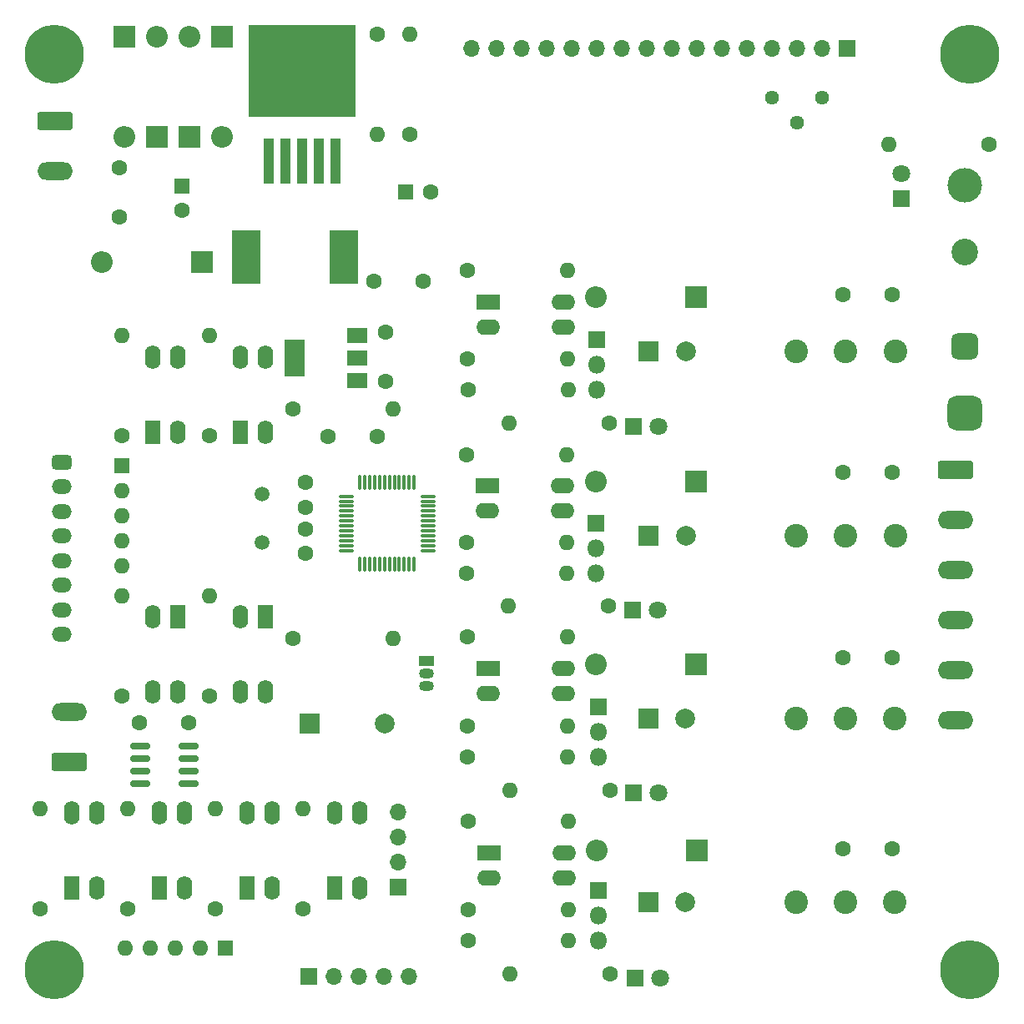
<source format=gbr>
%TF.GenerationSoftware,KiCad,Pcbnew,(6.0.8)*%
%TF.CreationDate,2023-07-19T02:04:09+05:30*%
%TF.ProjectId,STM32DryerPCB_V2,53544d33-3244-4727-9965-725043425f56,rev?*%
%TF.SameCoordinates,Original*%
%TF.FileFunction,Soldermask,Top*%
%TF.FilePolarity,Negative*%
%FSLAX46Y46*%
G04 Gerber Fmt 4.6, Leading zero omitted, Abs format (unit mm)*
G04 Created by KiCad (PCBNEW (6.0.8)) date 2023-07-19 02:04:09*
%MOMM*%
%LPD*%
G01*
G04 APERTURE LIST*
G04 Aperture macros list*
%AMRoundRect*
0 Rectangle with rounded corners*
0 $1 Rounding radius*
0 $2 $3 $4 $5 $6 $7 $8 $9 X,Y pos of 4 corners*
0 Add a 4 corners polygon primitive as box body*
4,1,4,$2,$3,$4,$5,$6,$7,$8,$9,$2,$3,0*
0 Add four circle primitives for the rounded corners*
1,1,$1+$1,$2,$3*
1,1,$1+$1,$4,$5*
1,1,$1+$1,$6,$7*
1,1,$1+$1,$8,$9*
0 Add four rect primitives between the rounded corners*
20,1,$1+$1,$2,$3,$4,$5,0*
20,1,$1+$1,$4,$5,$6,$7,0*
20,1,$1+$1,$6,$7,$8,$9,0*
20,1,$1+$1,$8,$9,$2,$3,0*%
G04 Aperture macros list end*
%ADD10R,1.700000X1.700000*%
%ADD11O,1.700000X1.700000*%
%ADD12C,1.600000*%
%ADD13R,2.000000X2.000000*%
%ADD14C,2.000000*%
%ADD15C,2.400000*%
%ADD16R,2.200000X2.200000*%
%ADD17O,2.200000X2.200000*%
%ADD18O,1.600000X1.600000*%
%ADD19R,1.800000X1.800000*%
%ADD20C,1.800000*%
%ADD21C,6.000000*%
%ADD22R,2.900000X5.400000*%
%ADD23O,1.800000X1.800000*%
%ADD24R,2.400000X1.600000*%
%ADD25O,2.400000X1.600000*%
%ADD26R,1.600000X2.400000*%
%ADD27O,1.600000X2.400000*%
%ADD28RoundRect,0.875000X0.875000X-0.875000X0.875000X0.875000X-0.875000X0.875000X-0.875000X-0.875000X0*%
%ADD29RoundRect,0.675000X0.675000X-0.675000X0.675000X0.675000X-0.675000X0.675000X-0.675000X-0.675000X0*%
%ADD30C,3.500000*%
%ADD31C,2.700000*%
%ADD32C,1.500000*%
%ADD33R,2.000000X1.500000*%
%ADD34R,2.000000X3.800000*%
%ADD35R,1.600000X1.600000*%
%ADD36RoundRect,0.250000X-1.550000X0.650000X-1.550000X-0.650000X1.550000X-0.650000X1.550000X0.650000X0*%
%ADD37O,3.600000X1.800000*%
%ADD38RoundRect,0.075000X-0.662500X-0.075000X0.662500X-0.075000X0.662500X0.075000X-0.662500X0.075000X0*%
%ADD39RoundRect,0.075000X-0.075000X-0.662500X0.075000X-0.662500X0.075000X0.662500X-0.075000X0.662500X0*%
%ADD40R,1.500000X1.050000*%
%ADD41O,1.500000X1.050000*%
%ADD42C,1.440000*%
%ADD43RoundRect,0.250000X1.550000X-0.650000X1.550000X0.650000X-1.550000X0.650000X-1.550000X-0.650000X0*%
%ADD44R,1.100000X4.600000*%
%ADD45R,10.800000X9.400000*%
%ADD46RoundRect,0.375000X-0.625000X0.375000X-0.625000X-0.375000X0.625000X-0.375000X0.625000X0.375000X0*%
%ADD47O,2.000000X1.500000*%
%ADD48RoundRect,0.150000X-0.825000X-0.150000X0.825000X-0.150000X0.825000X0.150000X-0.825000X0.150000X0*%
G04 APERTURE END LIST*
D10*
%TO.C,J5*%
X132150000Y-118590000D03*
D11*
X132150000Y-116050000D03*
X132150000Y-113510000D03*
X132150000Y-110970000D03*
%TD*%
D10*
%TO.C,J8*%
X123139200Y-127609600D03*
D11*
X125679200Y-127609600D03*
X128219200Y-127609600D03*
X130759200Y-127609600D03*
X133299200Y-127609600D03*
%TD*%
D12*
%TO.C,RV2*%
X177332000Y-95299400D03*
X182332000Y-95299400D03*
%TD*%
%TO.C,RV4*%
X177332000Y-58418600D03*
X182332000Y-58418600D03*
%TD*%
%TO.C,RV1*%
X177332000Y-114705000D03*
X182332000Y-114705000D03*
%TD*%
%TO.C,RV5*%
X177332000Y-76452600D03*
X182332000Y-76452600D03*
%TD*%
D13*
%TO.C,U19*%
X157609600Y-64249000D03*
D14*
X161359600Y-64249000D03*
D15*
X172609600Y-64249000D03*
X177609600Y-64249000D03*
X182609600Y-64249000D03*
%TD*%
D12*
%TO.C,C3*%
X125058800Y-72821800D03*
X130058800Y-72821800D03*
%TD*%
D16*
%TO.C,D2*%
X104394000Y-32258000D03*
D17*
X104394000Y-42418000D03*
%TD*%
D12*
%TO.C,R9*%
X113030000Y-99187000D03*
D18*
X113030000Y-89027000D03*
%TD*%
D19*
%TO.C,D11*%
X156052600Y-71831200D03*
D20*
X158592600Y-71831200D03*
%TD*%
D12*
%TO.C,R11*%
X113665000Y-120777000D03*
D18*
X113665000Y-110617000D03*
%TD*%
D21*
%TO.C,H3*%
X190200000Y-126950000D03*
%TD*%
D12*
%TO.C,R14*%
X139293600Y-120853200D03*
D18*
X149453600Y-120853200D03*
%TD*%
D22*
%TO.C,L1*%
X116817600Y-54610000D03*
X126717600Y-54610000D03*
%TD*%
D12*
%TO.C,R22*%
X139242800Y-64973200D03*
D18*
X149402800Y-64973200D03*
%TD*%
D19*
%TO.C,D6*%
X156210000Y-127762000D03*
D20*
X158750000Y-127762000D03*
%TD*%
D12*
%TO.C,R26*%
X139141200Y-83616800D03*
D18*
X149301200Y-83616800D03*
%TD*%
D16*
%TO.C,D3*%
X110998000Y-42418000D03*
D17*
X110998000Y-32258000D03*
%TD*%
D12*
%TO.C,R18*%
X153670000Y-127373100D03*
D18*
X143510000Y-127373100D03*
%TD*%
D12*
%TO.C,R21*%
X139242800Y-56032400D03*
D18*
X149402800Y-56032400D03*
%TD*%
D19*
%TO.C,Q1*%
X152482200Y-118872000D03*
D23*
X152482200Y-121412000D03*
X152482200Y-123952000D03*
%TD*%
D16*
%TO.C,D5*%
X112318800Y-55118000D03*
D17*
X102158800Y-55118000D03*
%TD*%
D24*
%TO.C,U13*%
X141412200Y-115057000D03*
D25*
X141412200Y-117597000D03*
X149032200Y-117597000D03*
X149032200Y-115057000D03*
%TD*%
D26*
%TO.C,U6*%
X116200000Y-72405000D03*
D27*
X118740000Y-72405000D03*
X118740000Y-64785000D03*
X116200000Y-64785000D03*
%TD*%
D12*
%TO.C,R5*%
X104140000Y-99187000D03*
D18*
X104140000Y-89027000D03*
%TD*%
D19*
%TO.C,D10*%
X183235600Y-48722200D03*
D20*
X183235600Y-46182200D03*
%TD*%
D12*
%TO.C,R10*%
X104140000Y-72771000D03*
D18*
X104140000Y-62611000D03*
%TD*%
D28*
%TO.C,F1*%
X189636400Y-70483000D03*
D29*
X189636400Y-63723000D03*
D30*
X189636400Y-47373000D03*
D31*
X189636400Y-54133000D03*
%TD*%
D12*
%TO.C,R1*%
X121495000Y-70050000D03*
D18*
X131655000Y-70050000D03*
%TD*%
D12*
%TO.C,R17*%
X139242800Y-105359200D03*
D18*
X149402800Y-105359200D03*
%TD*%
D16*
%TO.C,D1*%
X107696000Y-42418000D03*
D17*
X107696000Y-32258000D03*
%TD*%
D12*
%TO.C,C4*%
X103886000Y-45607600D03*
X103886000Y-50607600D03*
%TD*%
%TO.C,R29*%
X121513600Y-93319600D03*
D18*
X131673600Y-93319600D03*
%TD*%
D12*
%TO.C,R6*%
X113030000Y-72771000D03*
D18*
X113030000Y-62611000D03*
%TD*%
D12*
%TO.C,C2*%
X122809000Y-84726000D03*
X122809000Y-82226000D03*
%TD*%
%TO.C,R20*%
X192125600Y-43230800D03*
D18*
X181965600Y-43230800D03*
%TD*%
D12*
%TO.C,R7*%
X122555000Y-120777000D03*
D18*
X122555000Y-110617000D03*
%TD*%
D12*
%TO.C,C8*%
X130937000Y-62295400D03*
X130937000Y-67295400D03*
%TD*%
D26*
%TO.C,U10*%
X107310000Y-72405000D03*
D27*
X109850000Y-72405000D03*
X109850000Y-64785000D03*
X107310000Y-64785000D03*
%TD*%
D12*
%TO.C,R25*%
X153568400Y-71475600D03*
D18*
X143408400Y-71475600D03*
%TD*%
D13*
%TO.C,U16*%
X157576500Y-101485400D03*
D14*
X161326500Y-101485400D03*
D15*
X172576500Y-101485400D03*
X177576500Y-101485400D03*
X182576500Y-101485400D03*
%TD*%
D12*
%TO.C,R12*%
X139293600Y-111861600D03*
D18*
X149453600Y-111861600D03*
%TD*%
D32*
%TO.C,Y1*%
X118364000Y-83577600D03*
X118364000Y-78677600D03*
%TD*%
D12*
%TO.C,C1*%
X122809000Y-80027000D03*
X122809000Y-77527000D03*
%TD*%
D21*
%TO.C,H2*%
X190200000Y-34025000D03*
%TD*%
D33*
%TO.C,U3*%
X128000000Y-67175000D03*
D34*
X121700000Y-64875000D03*
D33*
X128000000Y-64875000D03*
X128000000Y-62575000D03*
%TD*%
D13*
%TO.C,U15*%
X157576500Y-120052800D03*
D14*
X161326500Y-120052800D03*
D15*
X172576500Y-120052800D03*
X177576500Y-120052800D03*
X182576500Y-120052800D03*
%TD*%
D12*
%TO.C,R15*%
X139242800Y-102209600D03*
D18*
X149402800Y-102209600D03*
%TD*%
D24*
%TO.C,U14*%
X141310600Y-96413400D03*
D25*
X141310600Y-98953400D03*
X148930600Y-98953400D03*
X148930600Y-96413400D03*
%TD*%
D35*
%TO.C,C6*%
X132959349Y-48006000D03*
D12*
X135459349Y-48006000D03*
%TD*%
D26*
%TO.C,U8*%
X107945000Y-118633000D03*
D27*
X110485000Y-118633000D03*
X110485000Y-111013000D03*
X107945000Y-111013000D03*
%TD*%
D12*
%TO.C,C7*%
X129732400Y-57124600D03*
X134732400Y-57124600D03*
%TD*%
D36*
%TO.C,J1*%
X97403100Y-40860700D03*
D37*
X97403100Y-45940700D03*
%TD*%
D36*
%TO.C,J7*%
X188747400Y-76225400D03*
D37*
X188747400Y-81305400D03*
X188747400Y-86385400D03*
X188747400Y-91465400D03*
X188747400Y-96545400D03*
X188747400Y-101625400D03*
%TD*%
D12*
%TO.C,R2*%
X133350000Y-42164000D03*
D18*
X133350000Y-32004000D03*
%TD*%
D16*
%TO.C,D12*%
X162375100Y-58674000D03*
D17*
X152215100Y-58674000D03*
%TD*%
D26*
%TO.C,U11*%
X116835000Y-118633000D03*
D27*
X119375000Y-118633000D03*
X119375000Y-111013000D03*
X116835000Y-111013000D03*
%TD*%
D13*
%TO.C,BZ1*%
X123250800Y-101955600D03*
D14*
X130850800Y-101955600D03*
%TD*%
D26*
%TO.C,U4*%
X99055000Y-118633000D03*
D27*
X101595000Y-118633000D03*
X101595000Y-111013000D03*
X99055000Y-111013000D03*
%TD*%
D16*
%TO.C,D4*%
X114300000Y-32258000D03*
D17*
X114300000Y-42418000D03*
%TD*%
D21*
%TO.C,H4*%
X97275000Y-126975000D03*
%TD*%
D12*
%TO.C,R28*%
X153517600Y-90068400D03*
D18*
X143357600Y-90068400D03*
%TD*%
D26*
%TO.C,U9*%
X118724600Y-91120200D03*
D27*
X116184600Y-91120200D03*
X116184600Y-98740200D03*
X118724600Y-98740200D03*
%TD*%
D35*
%TO.C,C5*%
X110286800Y-47412149D03*
D12*
X110286800Y-49912149D03*
%TD*%
%TO.C,R24*%
X139261100Y-68122800D03*
D18*
X149421100Y-68122800D03*
%TD*%
D19*
%TO.C,Q4*%
X152233700Y-81635600D03*
D23*
X152233700Y-84175600D03*
X152233700Y-86715600D03*
%TD*%
D38*
%TO.C,U1*%
X126901500Y-78911000D03*
X126901500Y-79411000D03*
X126901500Y-79911000D03*
X126901500Y-80411000D03*
X126901500Y-80911000D03*
X126901500Y-81411000D03*
X126901500Y-81911000D03*
X126901500Y-82411000D03*
X126901500Y-82911000D03*
X126901500Y-83411000D03*
X126901500Y-83911000D03*
X126901500Y-84411000D03*
D39*
X128314000Y-85823500D03*
X128814000Y-85823500D03*
X129314000Y-85823500D03*
X129814000Y-85823500D03*
X130314000Y-85823500D03*
X130814000Y-85823500D03*
X131314000Y-85823500D03*
X131814000Y-85823500D03*
X132314000Y-85823500D03*
X132814000Y-85823500D03*
X133314000Y-85823500D03*
X133814000Y-85823500D03*
D38*
X135226500Y-84411000D03*
X135226500Y-83911000D03*
X135226500Y-83411000D03*
X135226500Y-82911000D03*
X135226500Y-82411000D03*
X135226500Y-81911000D03*
X135226500Y-81411000D03*
X135226500Y-80911000D03*
X135226500Y-80411000D03*
X135226500Y-79911000D03*
X135226500Y-79411000D03*
X135226500Y-78911000D03*
D39*
X133814000Y-77498500D03*
X133314000Y-77498500D03*
X132814000Y-77498500D03*
X132314000Y-77498500D03*
X131814000Y-77498500D03*
X131314000Y-77498500D03*
X130814000Y-77498500D03*
X130314000Y-77498500D03*
X129814000Y-77498500D03*
X129314000Y-77498500D03*
X128814000Y-77498500D03*
X128314000Y-77498500D03*
%TD*%
D16*
%TO.C,D9*%
X162407600Y-95961200D03*
D17*
X152247600Y-95961200D03*
%TD*%
D12*
%TO.C,R13*%
X139192000Y-93167200D03*
D18*
X149352000Y-93167200D03*
%TD*%
D19*
%TO.C,D13*%
X156001800Y-90424000D03*
D20*
X158541800Y-90424000D03*
%TD*%
D40*
%TO.C,Q5*%
X135072800Y-95605600D03*
D41*
X135072800Y-96875600D03*
X135072800Y-98145600D03*
%TD*%
D42*
%TO.C,RV3*%
X170088800Y-38475200D03*
X172628800Y-41015200D03*
X175168800Y-38475200D03*
%TD*%
D12*
%TO.C,R3*%
X130048000Y-32004000D03*
D18*
X130048000Y-42164000D03*
%TD*%
D19*
%TO.C,D7*%
X156103400Y-109016800D03*
D20*
X158643400Y-109016800D03*
%TD*%
D43*
%TO.C,J3*%
X98786500Y-105900500D03*
D37*
X98786500Y-100820500D03*
%TD*%
D24*
%TO.C,U17*%
X141361400Y-59227800D03*
D25*
X141361400Y-61767800D03*
X148981400Y-61767800D03*
X148981400Y-59227800D03*
%TD*%
D44*
%TO.C,U2*%
X119028000Y-44891000D03*
X120728000Y-44891000D03*
D45*
X122428000Y-35741000D03*
D44*
X122428000Y-44891000D03*
X124128000Y-44891000D03*
X125828000Y-44891000D03*
%TD*%
D16*
%TO.C,D14*%
X162407600Y-77419200D03*
D17*
X152247600Y-77419200D03*
%TD*%
D16*
%TO.C,D8*%
X162458400Y-114808000D03*
D17*
X152298400Y-114808000D03*
%TD*%
D12*
%TO.C,R19*%
X153670000Y-108712000D03*
D18*
X143510000Y-108712000D03*
%TD*%
D35*
%TO.C,RN2*%
X114701000Y-124714000D03*
D18*
X112161000Y-124714000D03*
X109621000Y-124714000D03*
X107081000Y-124714000D03*
X104541000Y-124714000D03*
%TD*%
D26*
%TO.C,U5*%
X109860000Y-91171000D03*
D27*
X107320000Y-91171000D03*
X107320000Y-98791000D03*
X109860000Y-98791000D03*
%TD*%
D12*
%TO.C,R16*%
X139293600Y-123952000D03*
D18*
X149453600Y-123952000D03*
%TD*%
D12*
%TO.C,R27*%
X139141200Y-86715600D03*
D18*
X149301200Y-86715600D03*
%TD*%
D12*
%TO.C,C9*%
X110958000Y-101854000D03*
X105958000Y-101854000D03*
%TD*%
D24*
%TO.C,U18*%
X141259800Y-77871400D03*
D25*
X141259800Y-80411400D03*
X148879800Y-80411400D03*
X148879800Y-77871400D03*
%TD*%
D12*
%TO.C,R4*%
X95885000Y-120777000D03*
D18*
X95885000Y-110617000D03*
%TD*%
D46*
%TO.C,J4*%
X98044000Y-75438000D03*
D47*
X98044000Y-77938000D03*
X98044000Y-80438000D03*
X98044000Y-82938000D03*
X98044000Y-85438000D03*
X98044000Y-87938000D03*
X98044000Y-90438000D03*
X98044000Y-92938000D03*
%TD*%
D19*
%TO.C,Q2*%
X152482200Y-100279200D03*
D23*
X152482200Y-102819200D03*
X152482200Y-105359200D03*
%TD*%
D35*
%TO.C,RN1*%
X104140000Y-75799000D03*
D18*
X104140000Y-78339000D03*
X104140000Y-80879000D03*
X104140000Y-83419000D03*
X104140000Y-85959000D03*
%TD*%
D12*
%TO.C,R8*%
X104775000Y-120777000D03*
D18*
X104775000Y-110617000D03*
%TD*%
D19*
%TO.C,Q3*%
X152348100Y-63042800D03*
D23*
X152348100Y-65582800D03*
X152348100Y-68122800D03*
%TD*%
D21*
%TO.C,H1*%
X97282000Y-34036000D03*
%TD*%
D26*
%TO.C,U7*%
X125725000Y-118633000D03*
D27*
X128265000Y-118633000D03*
X128265000Y-111013000D03*
X125725000Y-111013000D03*
%TD*%
D13*
%TO.C,U20*%
X157609600Y-82892600D03*
D14*
X161359600Y-82892600D03*
D15*
X172609600Y-82892600D03*
X177609600Y-82892600D03*
X182609600Y-82892600D03*
%TD*%
D48*
%TO.C,U12*%
X105983000Y-104267000D03*
X105983000Y-105537000D03*
X105983000Y-106807000D03*
X105983000Y-108077000D03*
X110933000Y-108077000D03*
X110933000Y-106807000D03*
X110933000Y-105537000D03*
X110933000Y-104267000D03*
%TD*%
D12*
%TO.C,R23*%
X139141200Y-74676000D03*
D18*
X149301200Y-74676000D03*
%TD*%
D10*
%TO.C,J2*%
X177698400Y-33477200D03*
D11*
X175158400Y-33477200D03*
X172618400Y-33477200D03*
X170078400Y-33477200D03*
X167538400Y-33477200D03*
X164998400Y-33477200D03*
X162458400Y-33477200D03*
X159918400Y-33477200D03*
X157378400Y-33477200D03*
X154838400Y-33477200D03*
X152298400Y-33477200D03*
X149758400Y-33477200D03*
X147218400Y-33477200D03*
X144678400Y-33477200D03*
X142138400Y-33477200D03*
X139598400Y-33477200D03*
%TD*%
M02*

</source>
